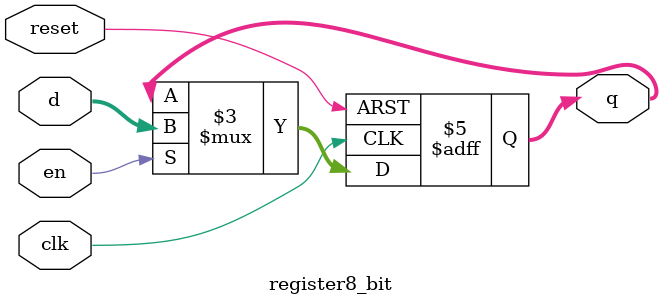
<source format=sv>
`timescale 1ns / 1ps


module register8_bit(
        input logic clk, reset,en,
        input logic [7:0] d,
        output logic [7:0] q
    );
    
    always_ff @(posedge clk, posedge reset) begin
        if (reset) q <= 0;
        else if (en) q <= d;
        else q <= q;
    end
endmodule

</source>
